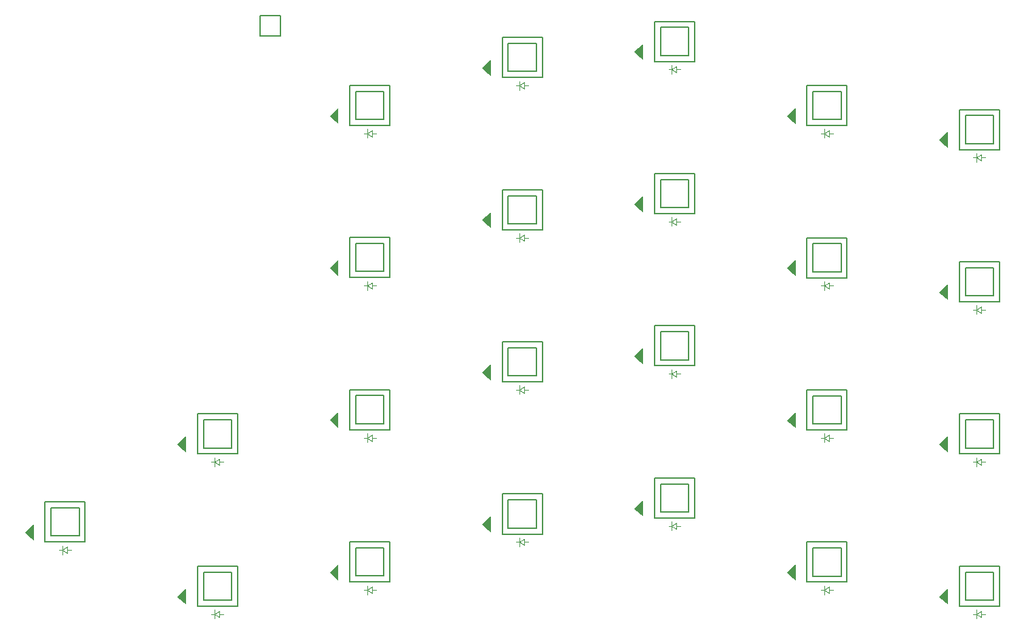
<source format=gbr>
%TF.GenerationSoftware,KiCad,Pcbnew,6.0.10-86aedd382b~118~ubuntu22.04.1*%
%TF.CreationDate,2023-01-31T18:23:29-07:00*%
%TF.ProjectId,scaarix_flow,73636161-7269-4785-9f66-6c6f772e6b69,v1.0.0*%
%TF.SameCoordinates,Original*%
%TF.FileFunction,Legend,Bot*%
%TF.FilePolarity,Positive*%
%FSLAX46Y46*%
G04 Gerber Fmt 4.6, Leading zero omitted, Abs format (unit mm)*
G04 Created by KiCad (PCBNEW 6.0.10-86aedd382b~118~ubuntu22.04.1) date 2023-01-31 18:23:29*
%MOMM*%
%LPD*%
G01*
G04 APERTURE LIST*
%ADD10C,0.100000*%
%ADD11C,0.150000*%
G04 APERTURE END LIST*
D10*
%TO.C,D6*%
X168750000Y-84800000D02*
X169350000Y-84400000D01*
X168350000Y-84800000D02*
X168750000Y-84800000D01*
X169350000Y-85200000D02*
X168750000Y-84800000D01*
X169350000Y-84800000D02*
X169850000Y-84800000D01*
X169350000Y-84400000D02*
X169350000Y-85200000D01*
X168750000Y-84800000D02*
X168750000Y-84250000D01*
X168750000Y-84800000D02*
X168750000Y-85350000D01*
%TO.C,D9*%
X187750000Y-97800000D02*
X188350000Y-97400000D01*
X188350000Y-97400000D02*
X188350000Y-98200000D01*
X187750000Y-97800000D02*
X187750000Y-97250000D01*
X188350000Y-98200000D02*
X187750000Y-97800000D01*
X188350000Y-97800000D02*
X188850000Y-97800000D01*
X187750000Y-97800000D02*
X187750000Y-98350000D01*
X187350000Y-97800000D02*
X187750000Y-97800000D01*
%TO.C,D19*%
X226350000Y-65400000D02*
X226350000Y-66200000D01*
X226350000Y-65800000D02*
X226850000Y-65800000D01*
X226350000Y-66200000D02*
X225750000Y-65800000D01*
X225750000Y-65800000D02*
X226350000Y-65400000D01*
X225750000Y-65800000D02*
X225750000Y-66350000D01*
X225350000Y-65800000D02*
X225750000Y-65800000D01*
X225750000Y-65800000D02*
X225750000Y-65250000D01*
%TO.C,D3*%
X149750000Y-106800000D02*
X150350000Y-106400000D01*
X149350000Y-106800000D02*
X149750000Y-106800000D01*
X150350000Y-106800000D02*
X150850000Y-106800000D01*
X149750000Y-106800000D02*
X149750000Y-107350000D01*
X149750000Y-106800000D02*
X149750000Y-106250000D01*
X150350000Y-107200000D02*
X149750000Y-106800000D01*
X150350000Y-106400000D02*
X150350000Y-107200000D01*
%TO.C,D14*%
X206750000Y-76800000D02*
X207350000Y-76400000D01*
X207350000Y-76400000D02*
X207350000Y-77200000D01*
X206350000Y-76800000D02*
X206750000Y-76800000D01*
X206750000Y-76800000D02*
X206750000Y-76250000D01*
X206750000Y-76800000D02*
X206750000Y-77350000D01*
X207350000Y-77200000D02*
X206750000Y-76800000D01*
X207350000Y-76800000D02*
X207850000Y-76800000D01*
%TO.C,D17*%
X225750000Y-103800000D02*
X225750000Y-103250000D01*
X226350000Y-103400000D02*
X226350000Y-104200000D01*
X225750000Y-103800000D02*
X226350000Y-103400000D01*
X225750000Y-103800000D02*
X225750000Y-104350000D01*
X226350000Y-103800000D02*
X226850000Y-103800000D01*
X225350000Y-103800000D02*
X225750000Y-103800000D01*
X226350000Y-104200000D02*
X225750000Y-103800000D01*
%TO.C,D8*%
X188350000Y-116800000D02*
X188850000Y-116800000D01*
X187350000Y-116800000D02*
X187750000Y-116800000D01*
X187750000Y-116800000D02*
X187750000Y-116250000D01*
X188350000Y-116400000D02*
X188350000Y-117200000D01*
X187750000Y-116800000D02*
X187750000Y-117350000D01*
X188350000Y-117200000D02*
X187750000Y-116800000D01*
X187750000Y-116800000D02*
X188350000Y-116400000D01*
%TO.C,D1*%
X131350000Y-118200000D02*
X130750000Y-117800000D01*
X131350000Y-117400000D02*
X131350000Y-118200000D01*
X130750000Y-117800000D02*
X130750000Y-118350000D01*
X130750000Y-117800000D02*
X130750000Y-117250000D01*
X131350000Y-117800000D02*
X131850000Y-117800000D01*
X130350000Y-117800000D02*
X130750000Y-117800000D01*
X130750000Y-117800000D02*
X131350000Y-117400000D01*
%TO.C,D22*%
X245350000Y-87400000D02*
X245350000Y-88200000D01*
X244750000Y-87800000D02*
X244750000Y-87250000D01*
X244750000Y-87800000D02*
X245350000Y-87400000D01*
X245350000Y-87800000D02*
X245850000Y-87800000D01*
X244350000Y-87800000D02*
X244750000Y-87800000D01*
X245350000Y-88200000D02*
X244750000Y-87800000D01*
X244750000Y-87800000D02*
X244750000Y-88350000D01*
%TO.C,D16*%
X226350000Y-122400000D02*
X226350000Y-123200000D01*
X225750000Y-122800000D02*
X225750000Y-123350000D01*
X225750000Y-122800000D02*
X226350000Y-122400000D01*
X225350000Y-122800000D02*
X225750000Y-122800000D01*
X225750000Y-122800000D02*
X225750000Y-122250000D01*
X226350000Y-122800000D02*
X226850000Y-122800000D01*
X226350000Y-123200000D02*
X225750000Y-122800000D01*
D11*
%TO.C,MCU1*%
X155450000Y-51060000D02*
X155450000Y-53600000D01*
X155450000Y-51060000D02*
X157990000Y-51060000D01*
X155450000Y-53600000D02*
X157990000Y-53600000D01*
X157990000Y-53600000D02*
X157990000Y-51060000D01*
D10*
%TO.C,D4*%
X169350000Y-122400000D02*
X169350000Y-123200000D01*
X168750000Y-122800000D02*
X168750000Y-122250000D01*
X169350000Y-122800000D02*
X169850000Y-122800000D01*
X168350000Y-122800000D02*
X168750000Y-122800000D01*
X168750000Y-122800000D02*
X168750000Y-123350000D01*
X168750000Y-122800000D02*
X169350000Y-122400000D01*
X169350000Y-123200000D02*
X168750000Y-122800000D01*
%TO.C,D15*%
X207350000Y-57800000D02*
X207850000Y-57800000D01*
X206750000Y-57800000D02*
X207350000Y-57400000D01*
X206750000Y-57800000D02*
X206750000Y-57250000D01*
X206750000Y-57800000D02*
X206750000Y-58350000D01*
X206350000Y-57800000D02*
X206750000Y-57800000D01*
X207350000Y-58200000D02*
X206750000Y-57800000D01*
X207350000Y-57400000D02*
X207350000Y-58200000D01*
%TO.C,D20*%
X244350000Y-125800000D02*
X244750000Y-125800000D01*
X245350000Y-125400000D02*
X245350000Y-126200000D01*
X245350000Y-126200000D02*
X244750000Y-125800000D01*
X244750000Y-125800000D02*
X245350000Y-125400000D01*
X244750000Y-125800000D02*
X244750000Y-125250000D01*
X245350000Y-125800000D02*
X245850000Y-125800000D01*
X244750000Y-125800000D02*
X244750000Y-126350000D01*
%TO.C,D2*%
X149750000Y-125800000D02*
X150350000Y-125400000D01*
X149750000Y-125800000D02*
X149750000Y-125250000D01*
X150350000Y-125800000D02*
X150850000Y-125800000D01*
X149750000Y-125800000D02*
X149750000Y-126350000D01*
X149350000Y-125800000D02*
X149750000Y-125800000D01*
X150350000Y-125400000D02*
X150350000Y-126200000D01*
X150350000Y-126200000D02*
X149750000Y-125800000D01*
%TO.C,D5*%
X168750000Y-103800000D02*
X168750000Y-103250000D01*
X168750000Y-103800000D02*
X169350000Y-103400000D01*
X169350000Y-104200000D02*
X168750000Y-103800000D01*
X168350000Y-103800000D02*
X168750000Y-103800000D01*
X169350000Y-103800000D02*
X169850000Y-103800000D01*
X169350000Y-103400000D02*
X169350000Y-104200000D01*
X168750000Y-103800000D02*
X168750000Y-104350000D01*
%TO.C,D7*%
X168750000Y-65800000D02*
X169350000Y-65400000D01*
X169350000Y-65800000D02*
X169850000Y-65800000D01*
X168750000Y-65800000D02*
X168750000Y-65250000D01*
X168750000Y-65800000D02*
X168750000Y-66350000D01*
X169350000Y-66200000D02*
X168750000Y-65800000D01*
X168350000Y-65800000D02*
X168750000Y-65800000D01*
X169350000Y-65400000D02*
X169350000Y-66200000D01*
%TO.C,D13*%
X206750000Y-95800000D02*
X206750000Y-96350000D01*
X207350000Y-95400000D02*
X207350000Y-96200000D01*
X206350000Y-95800000D02*
X206750000Y-95800000D01*
X207350000Y-95800000D02*
X207850000Y-95800000D01*
X206750000Y-95800000D02*
X207350000Y-95400000D01*
X206750000Y-95800000D02*
X206750000Y-95250000D01*
X207350000Y-96200000D02*
X206750000Y-95800000D01*
%TO.C,D18*%
X226350000Y-84800000D02*
X226850000Y-84800000D01*
X226350000Y-85200000D02*
X225750000Y-84800000D01*
X225750000Y-84800000D02*
X226350000Y-84400000D01*
X225750000Y-84800000D02*
X225750000Y-84250000D01*
X225750000Y-84800000D02*
X225750000Y-85350000D01*
X225350000Y-84800000D02*
X225750000Y-84800000D01*
X226350000Y-84400000D02*
X226350000Y-85200000D01*
%TO.C,D21*%
X244750000Y-106800000D02*
X245350000Y-106400000D01*
X244750000Y-106800000D02*
X244750000Y-106250000D01*
X244350000Y-106800000D02*
X244750000Y-106800000D01*
X244750000Y-106800000D02*
X244750000Y-107350000D01*
X245350000Y-107200000D02*
X244750000Y-106800000D01*
X245350000Y-106400000D02*
X245350000Y-107200000D01*
X245350000Y-106800000D02*
X245850000Y-106800000D01*
%TO.C,D11*%
X187750000Y-59800000D02*
X187750000Y-59250000D01*
X187350000Y-59800000D02*
X187750000Y-59800000D01*
X187750000Y-59800000D02*
X187750000Y-60350000D01*
X187750000Y-59800000D02*
X188350000Y-59400000D01*
X188350000Y-60200000D02*
X187750000Y-59800000D01*
X188350000Y-59400000D02*
X188350000Y-60200000D01*
X188350000Y-59800000D02*
X188850000Y-59800000D01*
%TO.C,D10*%
X187750000Y-78800000D02*
X188350000Y-78400000D01*
X188350000Y-78400000D02*
X188350000Y-79200000D01*
X187750000Y-78800000D02*
X187750000Y-79350000D01*
X187750000Y-78800000D02*
X187750000Y-78250000D01*
X188350000Y-79200000D02*
X187750000Y-78800000D01*
X188350000Y-78800000D02*
X188850000Y-78800000D01*
X187350000Y-78800000D02*
X187750000Y-78800000D01*
%TO.C,D23*%
X245350000Y-68800000D02*
X245850000Y-68800000D01*
X245350000Y-68400000D02*
X245350000Y-69200000D01*
X244750000Y-68800000D02*
X244750000Y-69350000D01*
X244750000Y-68800000D02*
X244750000Y-68250000D01*
X244750000Y-68800000D02*
X245350000Y-68400000D01*
X245350000Y-69200000D02*
X244750000Y-68800000D01*
X244350000Y-68800000D02*
X244750000Y-68800000D01*
%TO.C,D12*%
X206750000Y-114800000D02*
X206750000Y-115350000D01*
X206750000Y-114800000D02*
X207350000Y-114400000D01*
X207350000Y-114800000D02*
X207850000Y-114800000D01*
X207350000Y-115200000D02*
X206750000Y-114800000D01*
X206750000Y-114800000D02*
X206750000Y-114250000D01*
X206350000Y-114800000D02*
X206750000Y-114800000D01*
X207350000Y-114400000D02*
X207350000Y-115200000D01*
D11*
%TO.C,LED37*%
X189850000Y-73550000D02*
X189850000Y-77050000D01*
X189850000Y-77050000D02*
X186350000Y-77050000D01*
X185600000Y-77800000D02*
X185600000Y-72800000D01*
X190600000Y-77800000D02*
X185600000Y-77800000D01*
X190600000Y-72800000D02*
X190600000Y-77800000D01*
X185600000Y-72800000D02*
X190600000Y-72800000D01*
X186350000Y-73550000D02*
X189850000Y-73550000D01*
X186350000Y-77050000D02*
X186350000Y-73550000D01*
G36*
X184100000Y-77500000D02*
G01*
X183100000Y-76587500D01*
X184100000Y-75675000D01*
X184100000Y-77500000D01*
G37*
D10*
X184100000Y-77500000D02*
X183100000Y-76587500D01*
X184100000Y-75675000D01*
X184100000Y-77500000D01*
D11*
%TO.C,LED29*%
X147600000Y-124800000D02*
X147600000Y-119800000D01*
X152600000Y-119800000D02*
X152600000Y-124800000D01*
X148350000Y-120550000D02*
X151850000Y-120550000D01*
X152600000Y-124800000D02*
X147600000Y-124800000D01*
X151850000Y-120550000D02*
X151850000Y-124050000D01*
X147600000Y-119800000D02*
X152600000Y-119800000D01*
X151850000Y-124050000D02*
X148350000Y-124050000D01*
X148350000Y-124050000D02*
X148350000Y-120550000D01*
G36*
X146100000Y-124500000D02*
G01*
X145100000Y-123587500D01*
X146100000Y-122675000D01*
X146100000Y-124500000D01*
G37*
D10*
X146100000Y-124500000D02*
X145100000Y-123587500D01*
X146100000Y-122675000D01*
X146100000Y-124500000D01*
D11*
%TO.C,LED41*%
X209600000Y-75800000D02*
X204600000Y-75800000D01*
X204600000Y-70800000D02*
X209600000Y-70800000D01*
X208850000Y-75050000D02*
X205350000Y-75050000D01*
X205350000Y-75050000D02*
X205350000Y-71550000D01*
X204600000Y-75800000D02*
X204600000Y-70800000D01*
X208850000Y-71550000D02*
X208850000Y-75050000D01*
X205350000Y-71550000D02*
X208850000Y-71550000D01*
X209600000Y-70800000D02*
X209600000Y-75800000D01*
G36*
X203100000Y-75500000D02*
G01*
X202100000Y-74587500D01*
X203100000Y-73675000D01*
X203100000Y-75500000D01*
G37*
D10*
X203100000Y-75500000D02*
X202100000Y-74587500D01*
X203100000Y-73675000D01*
X203100000Y-75500000D01*
D11*
%TO.C,LED31*%
X170850000Y-117525000D02*
X170850000Y-121025000D01*
X166600000Y-121775000D02*
X166600000Y-116775000D01*
X170850000Y-121025000D02*
X167350000Y-121025000D01*
X166600000Y-116775000D02*
X171600000Y-116775000D01*
X167350000Y-121025000D02*
X167350000Y-117525000D01*
X171600000Y-121775000D02*
X166600000Y-121775000D01*
X171600000Y-116775000D02*
X171600000Y-121775000D01*
X167350000Y-117525000D02*
X170850000Y-117525000D01*
G36*
X165100000Y-121475000D02*
G01*
X164100000Y-120562500D01*
X165100000Y-119650000D01*
X165100000Y-121475000D01*
G37*
D10*
X165100000Y-121475000D02*
X164100000Y-120562500D01*
X165100000Y-119650000D01*
X165100000Y-121475000D01*
D11*
%TO.C,LED43*%
X227850000Y-117550000D02*
X227850000Y-121050000D01*
X228600000Y-121800000D02*
X223600000Y-121800000D01*
X224350000Y-117550000D02*
X227850000Y-117550000D01*
X227850000Y-121050000D02*
X224350000Y-121050000D01*
X228600000Y-116800000D02*
X228600000Y-121800000D01*
X223600000Y-121800000D02*
X223600000Y-116800000D01*
X223600000Y-116800000D02*
X228600000Y-116800000D01*
X224350000Y-121050000D02*
X224350000Y-117550000D01*
G36*
X222100000Y-121500000D02*
G01*
X221100000Y-120587500D01*
X222100000Y-119675000D01*
X222100000Y-121500000D01*
G37*
D10*
X222100000Y-121500000D02*
X221100000Y-120587500D01*
X222100000Y-119675000D01*
X222100000Y-121500000D01*
D11*
%TO.C,LED39*%
X205350000Y-109550000D02*
X208850000Y-109550000D01*
X209600000Y-113800000D02*
X204600000Y-113800000D01*
X208850000Y-113050000D02*
X205350000Y-113050000D01*
X204600000Y-108800000D02*
X209600000Y-108800000D01*
X205350000Y-113050000D02*
X205350000Y-109550000D01*
X204600000Y-113800000D02*
X204600000Y-108800000D01*
X209600000Y-108800000D02*
X209600000Y-113800000D01*
X208850000Y-109550000D02*
X208850000Y-113050000D01*
G36*
X203100000Y-113500000D02*
G01*
X202100000Y-112587500D01*
X203100000Y-111675000D01*
X203100000Y-113500000D01*
G37*
D10*
X203100000Y-113500000D02*
X202100000Y-112587500D01*
X203100000Y-111675000D01*
X203100000Y-113500000D01*
D11*
%TO.C,LED36*%
X190600000Y-96800000D02*
X185600000Y-96800000D01*
X190600000Y-91800000D02*
X190600000Y-96800000D01*
X189850000Y-96050000D02*
X186350000Y-96050000D01*
X189850000Y-92550000D02*
X189850000Y-96050000D01*
X185600000Y-96800000D02*
X185600000Y-91800000D01*
X186350000Y-92550000D02*
X189850000Y-92550000D01*
X186350000Y-96050000D02*
X186350000Y-92550000D01*
X185600000Y-91800000D02*
X190600000Y-91800000D01*
G36*
X184100000Y-96500000D02*
G01*
X183100000Y-95587500D01*
X184100000Y-94675000D01*
X184100000Y-96500000D01*
G37*
D10*
X184100000Y-96500000D02*
X183100000Y-95587500D01*
X184100000Y-94675000D01*
X184100000Y-96500000D01*
D11*
%TO.C,LED47*%
X242600000Y-124800000D02*
X242600000Y-119800000D01*
X247600000Y-119800000D02*
X247600000Y-124800000D01*
X242600000Y-119800000D02*
X247600000Y-119800000D01*
X243350000Y-120550000D02*
X246850000Y-120550000D01*
X243350000Y-124050000D02*
X243350000Y-120550000D01*
X246850000Y-124050000D02*
X243350000Y-124050000D01*
X247600000Y-124800000D02*
X242600000Y-124800000D01*
X246850000Y-120550000D02*
X246850000Y-124050000D01*
G36*
X241100000Y-124500000D02*
G01*
X240100000Y-123587500D01*
X241100000Y-122675000D01*
X241100000Y-124500000D01*
G37*
D10*
X241100000Y-124500000D02*
X240100000Y-123587500D01*
X241100000Y-122675000D01*
X241100000Y-124500000D01*
D11*
%TO.C,LED38*%
X190600000Y-58800000D02*
X185600000Y-58800000D01*
X185600000Y-53800000D02*
X190600000Y-53800000D01*
X190600000Y-53800000D02*
X190600000Y-58800000D01*
X189850000Y-58050000D02*
X186350000Y-58050000D01*
X189850000Y-54550000D02*
X189850000Y-58050000D01*
X185600000Y-58800000D02*
X185600000Y-53800000D01*
X186350000Y-54550000D02*
X189850000Y-54550000D01*
X186350000Y-58050000D02*
X186350000Y-54550000D01*
G36*
X184100000Y-58500000D02*
G01*
X183100000Y-57587500D01*
X184100000Y-56675000D01*
X184100000Y-58500000D01*
G37*
D10*
X184100000Y-58500000D02*
X183100000Y-57587500D01*
X184100000Y-56675000D01*
X184100000Y-58500000D01*
D11*
%TO.C,LED42*%
X204600000Y-51800000D02*
X209600000Y-51800000D01*
X205350000Y-52550000D02*
X208850000Y-52550000D01*
X205350000Y-56050000D02*
X205350000Y-52550000D01*
X204600000Y-56800000D02*
X204600000Y-51800000D01*
X208850000Y-52550000D02*
X208850000Y-56050000D01*
X208850000Y-56050000D02*
X205350000Y-56050000D01*
X209600000Y-51800000D02*
X209600000Y-56800000D01*
X209600000Y-56800000D02*
X204600000Y-56800000D01*
G36*
X203100000Y-56500000D02*
G01*
X202100000Y-55587500D01*
X203100000Y-54675000D01*
X203100000Y-56500000D01*
G37*
D10*
X203100000Y-56500000D02*
X202100000Y-55587500D01*
X203100000Y-54675000D01*
X203100000Y-56500000D01*
D11*
%TO.C,LED50*%
X242600000Y-62800000D02*
X247600000Y-62800000D01*
X242600000Y-67800000D02*
X242600000Y-62800000D01*
X243350000Y-67050000D02*
X243350000Y-63550000D01*
X246850000Y-63550000D02*
X246850000Y-67050000D01*
X247600000Y-62800000D02*
X247600000Y-67800000D01*
X247600000Y-67800000D02*
X242600000Y-67800000D01*
X243350000Y-63550000D02*
X246850000Y-63550000D01*
X246850000Y-67050000D02*
X243350000Y-67050000D01*
G36*
X241100000Y-67500000D02*
G01*
X240100000Y-66587500D01*
X241100000Y-65675000D01*
X241100000Y-67500000D01*
G37*
D10*
X241100000Y-67500000D02*
X240100000Y-66587500D01*
X241100000Y-65675000D01*
X241100000Y-67500000D01*
D11*
%TO.C,LED28*%
X129350000Y-112550000D02*
X132850000Y-112550000D01*
X129350000Y-116050000D02*
X129350000Y-112550000D01*
X128600000Y-116800000D02*
X128600000Y-111800000D01*
X132850000Y-116050000D02*
X129350000Y-116050000D01*
X132850000Y-112550000D02*
X132850000Y-116050000D01*
X128600000Y-111800000D02*
X133600000Y-111800000D01*
X133600000Y-111800000D02*
X133600000Y-116800000D01*
X133600000Y-116800000D02*
X128600000Y-116800000D01*
G36*
X127100000Y-116500000D02*
G01*
X126100000Y-115587500D01*
X127100000Y-114675000D01*
X127100000Y-116500000D01*
G37*
D10*
X127100000Y-116500000D02*
X126100000Y-115587500D01*
X127100000Y-114675000D01*
X127100000Y-116500000D01*
D11*
%TO.C,LED40*%
X208850000Y-94050000D02*
X205350000Y-94050000D01*
X205350000Y-94050000D02*
X205350000Y-90550000D01*
X209600000Y-94800000D02*
X204600000Y-94800000D01*
X204600000Y-89800000D02*
X209600000Y-89800000D01*
X205350000Y-90550000D02*
X208850000Y-90550000D01*
X209600000Y-89800000D02*
X209600000Y-94800000D01*
X204600000Y-94800000D02*
X204600000Y-89800000D01*
X208850000Y-90550000D02*
X208850000Y-94050000D01*
G36*
X203100000Y-94500000D02*
G01*
X202100000Y-93587500D01*
X203100000Y-92675000D01*
X203100000Y-94500000D01*
G37*
D10*
X203100000Y-94500000D02*
X202100000Y-93587500D01*
X203100000Y-92675000D01*
X203100000Y-94500000D01*
D11*
%TO.C,LED35*%
X190600000Y-110800000D02*
X190600000Y-115800000D01*
X186350000Y-115050000D02*
X186350000Y-111550000D01*
X189850000Y-111550000D02*
X189850000Y-115050000D01*
X185600000Y-110800000D02*
X190600000Y-110800000D01*
X185600000Y-115800000D02*
X185600000Y-110800000D01*
X190600000Y-115800000D02*
X185600000Y-115800000D01*
X186350000Y-111550000D02*
X189850000Y-111550000D01*
X189850000Y-115050000D02*
X186350000Y-115050000D01*
G36*
X184100000Y-115500000D02*
G01*
X183100000Y-114587500D01*
X184100000Y-113675000D01*
X184100000Y-115500000D01*
G37*
D10*
X184100000Y-115500000D02*
X183100000Y-114587500D01*
X184100000Y-113675000D01*
X184100000Y-115500000D01*
D11*
%TO.C,LED34*%
X167350000Y-60525000D02*
X170850000Y-60525000D01*
X171600000Y-64775000D02*
X166600000Y-64775000D01*
X166600000Y-64775000D02*
X166600000Y-59775000D01*
X166600000Y-59775000D02*
X171600000Y-59775000D01*
X171600000Y-59775000D02*
X171600000Y-64775000D01*
X170850000Y-60525000D02*
X170850000Y-64025000D01*
X167350000Y-64025000D02*
X167350000Y-60525000D01*
X170850000Y-64025000D02*
X167350000Y-64025000D01*
G36*
X165100000Y-64475000D02*
G01*
X164100000Y-63562500D01*
X165100000Y-62650000D01*
X165100000Y-64475000D01*
G37*
D10*
X165100000Y-64475000D02*
X164100000Y-63562500D01*
X165100000Y-62650000D01*
X165100000Y-64475000D01*
D11*
%TO.C,LED44*%
X228600000Y-97800000D02*
X228600000Y-102800000D01*
X224350000Y-98550000D02*
X227850000Y-98550000D01*
X224350000Y-102050000D02*
X224350000Y-98550000D01*
X223600000Y-97800000D02*
X228600000Y-97800000D01*
X227850000Y-102050000D02*
X224350000Y-102050000D01*
X223600000Y-102800000D02*
X223600000Y-97800000D01*
X228600000Y-102800000D02*
X223600000Y-102800000D01*
X227850000Y-98550000D02*
X227850000Y-102050000D01*
G36*
X222100000Y-102500000D02*
G01*
X221100000Y-101587500D01*
X222100000Y-100675000D01*
X222100000Y-102500000D01*
G37*
D10*
X222100000Y-102500000D02*
X221100000Y-101587500D01*
X222100000Y-100675000D01*
X222100000Y-102500000D01*
D11*
%TO.C,LED30*%
X147600000Y-100800000D02*
X152600000Y-100800000D01*
X151850000Y-105050000D02*
X148350000Y-105050000D01*
X148350000Y-105050000D02*
X148350000Y-101550000D01*
X147600000Y-105800000D02*
X147600000Y-100800000D01*
X148350000Y-101550000D02*
X151850000Y-101550000D01*
X151850000Y-101550000D02*
X151850000Y-105050000D01*
X152600000Y-105800000D02*
X147600000Y-105800000D01*
X152600000Y-100800000D02*
X152600000Y-105800000D01*
G36*
X146100000Y-105500000D02*
G01*
X145100000Y-104587500D01*
X146100000Y-103675000D01*
X146100000Y-105500000D01*
G37*
D10*
X146100000Y-105500000D02*
X145100000Y-104587500D01*
X146100000Y-103675000D01*
X146100000Y-105500000D01*
D11*
%TO.C,LED46*%
X227850000Y-60550000D02*
X227850000Y-64050000D01*
X224350000Y-64050000D02*
X224350000Y-60550000D01*
X223600000Y-64800000D02*
X223600000Y-59800000D01*
X223600000Y-59800000D02*
X228600000Y-59800000D01*
X228600000Y-59800000D02*
X228600000Y-64800000D01*
X228600000Y-64800000D02*
X223600000Y-64800000D01*
X224350000Y-60550000D02*
X227850000Y-60550000D01*
X227850000Y-64050000D02*
X224350000Y-64050000D01*
G36*
X222100000Y-64500000D02*
G01*
X221100000Y-63587500D01*
X222100000Y-62675000D01*
X222100000Y-64500000D01*
G37*
D10*
X222100000Y-64500000D02*
X221100000Y-63587500D01*
X222100000Y-62675000D01*
X222100000Y-64500000D01*
D11*
%TO.C,LED32*%
X170850000Y-98525000D02*
X170850000Y-102025000D01*
X170850000Y-102025000D02*
X167350000Y-102025000D01*
X167350000Y-98525000D02*
X170850000Y-98525000D01*
X171600000Y-97775000D02*
X171600000Y-102775000D01*
X167350000Y-102025000D02*
X167350000Y-98525000D01*
X171600000Y-102775000D02*
X166600000Y-102775000D01*
X166600000Y-97775000D02*
X171600000Y-97775000D01*
X166600000Y-102775000D02*
X166600000Y-97775000D01*
G36*
X165100000Y-102475000D02*
G01*
X164100000Y-101562500D01*
X165100000Y-100650000D01*
X165100000Y-102475000D01*
G37*
D10*
X165100000Y-102475000D02*
X164100000Y-101562500D01*
X165100000Y-100650000D01*
X165100000Y-102475000D01*
D11*
%TO.C,LED49*%
X242600000Y-86800000D02*
X242600000Y-81800000D01*
X242600000Y-81800000D02*
X247600000Y-81800000D01*
X243350000Y-82550000D02*
X246850000Y-82550000D01*
X246850000Y-86050000D02*
X243350000Y-86050000D01*
X246850000Y-82550000D02*
X246850000Y-86050000D01*
X247600000Y-81800000D02*
X247600000Y-86800000D01*
X243350000Y-86050000D02*
X243350000Y-82550000D01*
X247600000Y-86800000D02*
X242600000Y-86800000D01*
G36*
X241100000Y-86500000D02*
G01*
X240100000Y-85587500D01*
X241100000Y-84675000D01*
X241100000Y-86500000D01*
G37*
D10*
X241100000Y-86500000D02*
X240100000Y-85587500D01*
X241100000Y-84675000D01*
X241100000Y-86500000D01*
D11*
%TO.C,LED33*%
X170850000Y-83025000D02*
X167350000Y-83025000D01*
X171600000Y-78775000D02*
X171600000Y-83775000D01*
X166600000Y-78775000D02*
X171600000Y-78775000D01*
X171600000Y-83775000D02*
X166600000Y-83775000D01*
X167350000Y-79525000D02*
X170850000Y-79525000D01*
X167350000Y-83025000D02*
X167350000Y-79525000D01*
X166600000Y-83775000D02*
X166600000Y-78775000D01*
X170850000Y-79525000D02*
X170850000Y-83025000D01*
G36*
X165100000Y-83475000D02*
G01*
X164100000Y-82562500D01*
X165100000Y-81650000D01*
X165100000Y-83475000D01*
G37*
D10*
X165100000Y-83475000D02*
X164100000Y-82562500D01*
X165100000Y-81650000D01*
X165100000Y-83475000D01*
D11*
%TO.C,LED48*%
X243350000Y-105050000D02*
X243350000Y-101550000D01*
X246850000Y-105050000D02*
X243350000Y-105050000D01*
X246850000Y-101550000D02*
X246850000Y-105050000D01*
X247600000Y-105800000D02*
X242600000Y-105800000D01*
X247600000Y-100800000D02*
X247600000Y-105800000D01*
X242600000Y-100800000D02*
X247600000Y-100800000D01*
X243350000Y-101550000D02*
X246850000Y-101550000D01*
X242600000Y-105800000D02*
X242600000Y-100800000D01*
G36*
X241100000Y-105500000D02*
G01*
X240100000Y-104587500D01*
X241100000Y-103675000D01*
X241100000Y-105500000D01*
G37*
D10*
X241100000Y-105500000D02*
X240100000Y-104587500D01*
X241100000Y-103675000D01*
X241100000Y-105500000D01*
D11*
%TO.C,LED45*%
X227850000Y-79550000D02*
X227850000Y-83050000D01*
X224350000Y-83050000D02*
X224350000Y-79550000D01*
X224350000Y-79550000D02*
X227850000Y-79550000D01*
X228600000Y-83800000D02*
X223600000Y-83800000D01*
X227850000Y-83050000D02*
X224350000Y-83050000D01*
X223600000Y-83800000D02*
X223600000Y-78800000D01*
X228600000Y-78800000D02*
X228600000Y-83800000D01*
X223600000Y-78800000D02*
X228600000Y-78800000D01*
G36*
X222100000Y-83500000D02*
G01*
X221100000Y-82587500D01*
X222100000Y-81675000D01*
X222100000Y-83500000D01*
G37*
D10*
X222100000Y-83500000D02*
X221100000Y-82587500D01*
X222100000Y-81675000D01*
X222100000Y-83500000D01*
%TD*%
M02*

</source>
